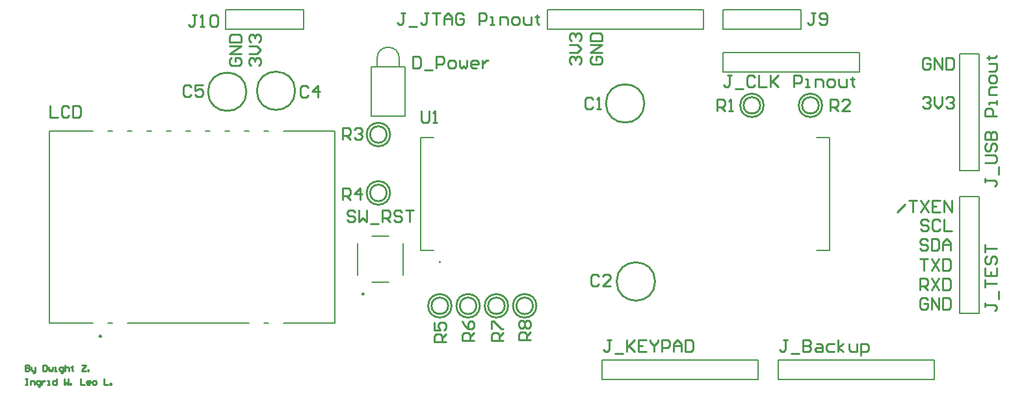
<source format=gto>
G04*
G04 #@! TF.GenerationSoftware,Altium Limited,Altium Designer,21.6.1 (37)*
G04*
G04 Layer_Color=65535*
%FSLAX25Y25*%
%MOIN*%
G70*
G04*
G04 #@! TF.SameCoordinates,5A4F57BB-18EF-4FC9-9596-1EF8DA8ABA7A*
G04*
G04*
G04 #@! TF.FilePolarity,Positive*
G04*
G01*
G75*
%ADD10C,0.01000*%
%ADD11C,0.00500*%
%ADD12C,0.00787*%
%ADD13C,0.00984*%
D10*
X189521Y101000D02*
G03*
X189521Y101000I-6021J0D01*
G01*
X187743D02*
G03*
X187743Y101000I-4243J0D01*
G01*
Y131000D02*
G03*
X187743Y131000I-4243J0D01*
G01*
X189521D02*
G03*
X189521Y131000I-6021J0D01*
G01*
X262743Y43000D02*
G03*
X262743Y43000I-4243J0D01*
G01*
X264521D02*
G03*
X264521Y43000I-6021J0D01*
G01*
X248243D02*
G03*
X248243Y43000I-4243J0D01*
G01*
X250021D02*
G03*
X250021Y43000I-6021J0D01*
G01*
X233743D02*
G03*
X233743Y43000I-4243J0D01*
G01*
X235521D02*
G03*
X235521Y43000I-6021J0D01*
G01*
X219243D02*
G03*
X219243Y43000I-4243J0D01*
G01*
X221021D02*
G03*
X221021Y43000I-6021J0D01*
G01*
X409243Y146000D02*
G03*
X409243Y146000I-4243J0D01*
G01*
X411021D02*
G03*
X411021Y146000I-6021J0D01*
G01*
X379243D02*
G03*
X379243Y146000I-4243J0D01*
G01*
X381021D02*
G03*
X381021Y146000I-6021J0D01*
G01*
X115842Y153000D02*
G03*
X115842Y153000I-9843J0D01*
G01*
X140842Y153500D02*
G03*
X140842Y153500I-9843J0D01*
G01*
X325342Y55500D02*
G03*
X325342Y55500I-9843J0D01*
G01*
X319843Y147000D02*
G03*
X319843Y147000I-9843J0D01*
G01*
X2500Y12497D02*
Y9498D01*
X3999D01*
X4499Y9998D01*
Y10498D01*
X3999Y10998D01*
X2500D01*
X3999D01*
X4499Y11497D01*
Y11997D01*
X3999Y12497D01*
X2500D01*
X5499Y11497D02*
Y9998D01*
X5999Y9498D01*
X7498D01*
Y8998D01*
X6999Y8499D01*
X6499D01*
X7498Y9498D02*
Y11497D01*
X11497Y12497D02*
Y9498D01*
X12997D01*
X13496Y9998D01*
Y11997D01*
X12997Y12497D01*
X11497D01*
X14496Y11497D02*
Y9998D01*
X14996Y9498D01*
X15496Y9998D01*
X15996Y9498D01*
X16496Y9998D01*
Y11497D01*
X17495Y9498D02*
X18495D01*
X17995D01*
Y11497D01*
X17495D01*
X20994Y8499D02*
X21494D01*
X21994Y8998D01*
Y11497D01*
X20494D01*
X19994Y10998D01*
Y9998D01*
X20494Y9498D01*
X21994D01*
X22993Y12497D02*
Y9498D01*
Y10998D01*
X23493Y11497D01*
X24493D01*
X24993Y10998D01*
Y9498D01*
X26492Y11997D02*
Y11497D01*
X25992D01*
X26992D01*
X26492D01*
Y9998D01*
X26992Y9498D01*
X31491Y12497D02*
X33490D01*
Y11997D01*
X31491Y9998D01*
Y9498D01*
X33490D01*
X34490D02*
Y9998D01*
X34990D01*
Y9498D01*
X34490D01*
X2500Y5499D02*
X3500D01*
X3000D01*
Y2500D01*
X2500D01*
X3500D01*
X4999D02*
Y4499D01*
X6499D01*
X6999Y3999D01*
Y2500D01*
X8998Y1500D02*
X9498D01*
X9998Y2000D01*
Y4499D01*
X8498D01*
X7998Y3999D01*
Y2999D01*
X8498Y2500D01*
X9998D01*
X10997Y4499D02*
Y2500D01*
Y3499D01*
X11497Y3999D01*
X11997Y4499D01*
X12497D01*
X13996Y2500D02*
X14996D01*
X14496D01*
Y4499D01*
X13996D01*
X18495Y5499D02*
Y2500D01*
X16995D01*
X16496Y2999D01*
Y3999D01*
X16995Y4499D01*
X18495D01*
X22493Y5499D02*
Y2500D01*
X23493Y3499D01*
X24493Y2500D01*
Y5499D01*
X25493Y2500D02*
Y2999D01*
X25992D01*
Y2500D01*
X25493D01*
X30991Y5499D02*
Y2500D01*
X32990D01*
X35489D02*
X34490D01*
X33990Y2999D01*
Y3999D01*
X34490Y4499D01*
X35489D01*
X35989Y3999D01*
Y3499D01*
X33990D01*
X37489Y2500D02*
X38488D01*
X38988Y2999D01*
Y3999D01*
X38488Y4499D01*
X37489D01*
X36989Y3999D01*
Y2999D01*
X37489Y2500D01*
X42987Y5499D02*
Y2500D01*
X44986D01*
X45986D02*
Y2999D01*
X46486D01*
Y2500D01*
X45986D01*
X466499Y169498D02*
X465499Y170498D01*
X463500D01*
X462500Y169498D01*
Y165500D01*
X463500Y164500D01*
X465499D01*
X466499Y165500D01*
Y167499D01*
X464499D01*
X468498Y164500D02*
Y170498D01*
X472497Y164500D01*
Y170498D01*
X474496D02*
Y164500D01*
X477495D01*
X478495Y165500D01*
Y169498D01*
X477495Y170498D01*
X474496D01*
X462500Y149498D02*
X463500Y150498D01*
X465499D01*
X466499Y149498D01*
Y148499D01*
X465499Y147499D01*
X464499D01*
X465499D01*
X466499Y146499D01*
Y145500D01*
X465499Y144500D01*
X463500D01*
X462500Y145500D01*
X468498Y150498D02*
Y146499D01*
X470497Y144500D01*
X472497Y146499D01*
Y150498D01*
X474496Y149498D02*
X475496Y150498D01*
X477495D01*
X478495Y149498D01*
Y148499D01*
X477495Y147499D01*
X476496D01*
X477495D01*
X478495Y146499D01*
Y145500D01*
X477495Y144500D01*
X475496D01*
X474496Y145500D01*
X464999Y45998D02*
X463999Y46998D01*
X462000D01*
X461000Y45998D01*
Y42000D01*
X462000Y41000D01*
X463999D01*
X464999Y42000D01*
Y43999D01*
X462999D01*
X466998Y41000D02*
Y46998D01*
X470997Y41000D01*
Y46998D01*
X472996D02*
Y41000D01*
X475995D01*
X476995Y42000D01*
Y45998D01*
X475995Y46998D01*
X472996D01*
X461000Y51000D02*
Y56998D01*
X463999D01*
X464999Y55998D01*
Y53999D01*
X463999Y52999D01*
X461000D01*
X462999D02*
X464999Y51000D01*
X466998Y56998D02*
X470997Y51000D01*
Y56998D02*
X466998Y51000D01*
X472996Y56998D02*
Y51000D01*
X475995D01*
X476995Y52000D01*
Y55998D01*
X475995Y56998D01*
X472996D01*
X461000Y66998D02*
X464999D01*
X462999D01*
Y61000D01*
X466998Y66998D02*
X470997Y61000D01*
Y66998D02*
X466998Y61000D01*
X472996Y66998D02*
Y61000D01*
X475995D01*
X476995Y62000D01*
Y65998D01*
X475995Y66998D01*
X472996D01*
X464999Y76498D02*
X463999Y77498D01*
X462000D01*
X461000Y76498D01*
Y75499D01*
X462000Y74499D01*
X463999D01*
X464999Y73499D01*
Y72500D01*
X463999Y71500D01*
X462000D01*
X461000Y72500D01*
X466998Y77498D02*
Y71500D01*
X469997D01*
X470997Y72500D01*
Y76498D01*
X469997Y77498D01*
X466998D01*
X472996Y71500D02*
Y75499D01*
X474996Y77498D01*
X476995Y75499D01*
Y71500D01*
Y74499D01*
X472996D01*
X465499Y86498D02*
X464499Y87498D01*
X462500D01*
X461500Y86498D01*
Y85499D01*
X462500Y84499D01*
X464499D01*
X465499Y83499D01*
Y82500D01*
X464499Y81500D01*
X462500D01*
X461500Y82500D01*
X471497Y86498D02*
X470497Y87498D01*
X468498D01*
X467498Y86498D01*
Y82500D01*
X468498Y81500D01*
X470497D01*
X471497Y82500D01*
X473496Y87498D02*
Y81500D01*
X477495D01*
X449500Y91000D02*
X453499Y94999D01*
X455498Y96998D02*
X459497D01*
X457497D01*
Y91000D01*
X461496Y96998D02*
X465495Y91000D01*
Y96998D02*
X461496Y91000D01*
X471493Y96998D02*
X467494D01*
Y91000D01*
X471493D01*
X467494Y93999D02*
X469493D01*
X473492Y91000D02*
Y96998D01*
X477491Y91000D01*
Y96998D01*
X293002Y170999D02*
X292002Y169999D01*
Y168000D01*
X293002Y167000D01*
X297000D01*
X298000Y168000D01*
Y169999D01*
X297000Y170999D01*
X295001D01*
Y168999D01*
X298000Y172998D02*
X292002D01*
X298000Y176997D01*
X292002D01*
Y178996D02*
X298000D01*
Y181995D01*
X297000Y182995D01*
X293002D01*
X292002Y181995D01*
Y178996D01*
X282502Y167000D02*
X281502Y168000D01*
Y169999D01*
X282502Y170999D01*
X283501D01*
X284501Y169999D01*
Y168999D01*
Y169999D01*
X285501Y170999D01*
X286500D01*
X287500Y169999D01*
Y168000D01*
X286500Y167000D01*
X281502Y172998D02*
X285501D01*
X287500Y174997D01*
X285501Y176997D01*
X281502D01*
X282502Y178996D02*
X281502Y179996D01*
Y181995D01*
X282502Y182995D01*
X283501D01*
X284501Y181995D01*
Y180996D01*
Y181995D01*
X285501Y182995D01*
X286500D01*
X287500Y181995D01*
Y179996D01*
X286500Y178996D01*
X118002Y166500D02*
X117002Y167500D01*
Y169499D01*
X118002Y170499D01*
X119001D01*
X120001Y169499D01*
Y168499D01*
Y169499D01*
X121001Y170499D01*
X122000D01*
X123000Y169499D01*
Y167500D01*
X122000Y166500D01*
X117002Y172498D02*
X121001D01*
X123000Y174497D01*
X121001Y176497D01*
X117002D01*
X118002Y178496D02*
X117002Y179496D01*
Y181495D01*
X118002Y182495D01*
X119001D01*
X120001Y181495D01*
Y180496D01*
Y181495D01*
X121001Y182495D01*
X122000D01*
X123000Y181495D01*
Y179496D01*
X122000Y178496D01*
X108002Y170499D02*
X107002Y169499D01*
Y167500D01*
X108002Y166500D01*
X112000D01*
X113000Y167500D01*
Y169499D01*
X112000Y170499D01*
X110001D01*
Y168499D01*
X113000Y172498D02*
X107002D01*
X113000Y176497D01*
X107002D01*
Y178496D02*
X113000D01*
Y181495D01*
X112000Y182495D01*
X108002D01*
X107002Y181495D01*
Y178496D01*
X494501Y44504D02*
Y42505D01*
Y43505D01*
X499500D01*
X500499Y42505D01*
Y41505D01*
X499500Y40505D01*
X501499Y46504D02*
Y50502D01*
X494501Y52502D02*
Y56500D01*
Y54501D01*
X500499D01*
X494501Y62498D02*
Y58500D01*
X500499D01*
Y62498D01*
X497500Y58500D02*
Y60499D01*
X495501Y68497D02*
X494501Y67497D01*
Y65497D01*
X495501Y64498D01*
X496500D01*
X497500Y65497D01*
Y67497D01*
X498500Y68497D01*
X499500D01*
X500499Y67497D01*
Y65497D01*
X499500Y64498D01*
X494501Y70496D02*
Y74494D01*
Y72495D01*
X500499D01*
X205600Y143098D02*
Y138100D01*
X206600Y137100D01*
X208599D01*
X209599Y138100D01*
Y143098D01*
X211598Y137100D02*
X213597D01*
X212598D01*
Y143098D01*
X211598Y142098D01*
X171504Y90999D02*
X170504Y91999D01*
X168505D01*
X167506Y90999D01*
Y90000D01*
X168505Y89000D01*
X170504D01*
X171504Y88000D01*
Y87001D01*
X170504Y86001D01*
X168505D01*
X167506Y87001D01*
X173504Y91999D02*
Y86001D01*
X175503Y88000D01*
X177502Y86001D01*
Y91999D01*
X179502Y85001D02*
X183500D01*
X185500Y86001D02*
Y91999D01*
X188499D01*
X189498Y90999D01*
Y89000D01*
X188499Y88000D01*
X185500D01*
X187499D02*
X189498Y86001D01*
X195496Y90999D02*
X194497Y91999D01*
X192497D01*
X191498Y90999D01*
Y90000D01*
X192497Y89000D01*
X194497D01*
X195496Y88000D01*
Y87001D01*
X194497Y86001D01*
X192497D01*
X191498Y87001D01*
X197496Y91999D02*
X201495D01*
X199495D01*
Y86001D01*
X261499Y25502D02*
X255501D01*
Y28501D01*
X256501Y29500D01*
X258500D01*
X259500Y28501D01*
Y25502D01*
Y27501D02*
X261499Y29500D01*
X256501Y31500D02*
X255501Y32499D01*
Y34499D01*
X256501Y35498D01*
X257500D01*
X258500Y34499D01*
X259500Y35498D01*
X260499D01*
X261499Y34499D01*
Y32499D01*
X260499Y31500D01*
X259500D01*
X258500Y32499D01*
X257500Y31500D01*
X256501D01*
X258500Y32499D02*
Y34499D01*
X247499Y25002D02*
X241501D01*
Y28001D01*
X242501Y29000D01*
X244500D01*
X245500Y28001D01*
Y25002D01*
Y27001D02*
X247499Y29000D01*
X241501Y31000D02*
Y34998D01*
X242501D01*
X246499Y31000D01*
X247499D01*
X232499Y25002D02*
X226501D01*
Y28001D01*
X227501Y29000D01*
X229500D01*
X230500Y28001D01*
Y25002D01*
Y27001D02*
X232499Y29000D01*
X226501Y34998D02*
X227501Y32999D01*
X229500Y31000D01*
X231499D01*
X232499Y31999D01*
Y33999D01*
X231499Y34998D01*
X230500D01*
X229500Y33999D01*
Y31000D01*
X217999Y24502D02*
X212001D01*
Y27501D01*
X213001Y28500D01*
X215000D01*
X216000Y27501D01*
Y24502D01*
Y26501D02*
X217999Y28500D01*
X212001Y34498D02*
Y30500D01*
X215000D01*
X214000Y32499D01*
Y33499D01*
X215000Y34498D01*
X216999D01*
X217999Y33499D01*
Y31499D01*
X216999Y30500D01*
X165002Y97501D02*
Y103499D01*
X168001D01*
X169000Y102499D01*
Y100500D01*
X168001Y99500D01*
X165002D01*
X167001D02*
X169000Y97501D01*
X173999D02*
Y103499D01*
X171000Y100500D01*
X174998D01*
X165002Y128501D02*
Y134499D01*
X168001D01*
X169000Y133499D01*
Y131500D01*
X168001Y130500D01*
X165002D01*
X167001D02*
X169000Y128501D01*
X171000Y133499D02*
X171999Y134499D01*
X173999D01*
X174998Y133499D01*
Y132500D01*
X173999Y131500D01*
X172999D01*
X173999D01*
X174998Y130500D01*
Y129501D01*
X173999Y128501D01*
X171999D01*
X171000Y129501D01*
X415002Y143001D02*
Y148999D01*
X418001D01*
X419000Y147999D01*
Y146000D01*
X418001Y145000D01*
X415002D01*
X417001D02*
X419000Y143001D01*
X424998D02*
X421000D01*
X424998Y147000D01*
Y147999D01*
X423999Y148999D01*
X421999D01*
X421000Y147999D01*
X357001Y143001D02*
Y148999D01*
X360000D01*
X361000Y147999D01*
Y146000D01*
X360000Y145000D01*
X357001D01*
X359001D02*
X361000Y143001D01*
X362999D02*
X364999D01*
X363999D01*
Y148999D01*
X362999Y147999D01*
X15000Y145698D02*
Y139700D01*
X18999D01*
X24997Y144698D02*
X23997Y145698D01*
X21998D01*
X20998Y144698D01*
Y140700D01*
X21998Y139700D01*
X23997D01*
X24997Y140700D01*
X26996Y145698D02*
Y139700D01*
X29995D01*
X30995Y140700D01*
Y144698D01*
X29995Y145698D01*
X26996D01*
X302799Y25398D02*
X300799D01*
X301799D01*
Y20400D01*
X300799Y19400D01*
X299800D01*
X298800Y20400D01*
X304798Y18400D02*
X308797D01*
X310796Y25398D02*
Y19400D01*
Y21399D01*
X314795Y25398D01*
X311796Y22399D01*
X314795Y19400D01*
X320793Y25398D02*
X316794D01*
Y19400D01*
X320793D01*
X316794Y22399D02*
X318794D01*
X322792Y25398D02*
Y24398D01*
X324792Y22399D01*
X326791Y24398D01*
Y25398D01*
X324792Y22399D02*
Y19400D01*
X328790D02*
Y25398D01*
X331789D01*
X332789Y24398D01*
Y22399D01*
X331789Y21399D01*
X328790D01*
X334788Y19400D02*
Y23399D01*
X336788Y25398D01*
X338787Y23399D01*
Y19400D01*
Y22399D01*
X334788D01*
X340786Y25398D02*
Y19400D01*
X343785D01*
X344785Y20400D01*
Y24398D01*
X343785Y25398D01*
X340786D01*
X494501Y108510D02*
Y106510D01*
Y107510D01*
X499500D01*
X500499Y106510D01*
Y105510D01*
X499500Y104511D01*
X501499Y110509D02*
Y114508D01*
X494501Y116507D02*
X499500D01*
X500499Y117507D01*
Y119506D01*
X499500Y120506D01*
X494501D01*
X495501Y126504D02*
X494501Y125504D01*
Y123505D01*
X495501Y122505D01*
X496500D01*
X497500Y123505D01*
Y125504D01*
X498500Y126504D01*
X499500D01*
X500499Y125504D01*
Y123505D01*
X499500Y122505D01*
X494501Y128503D02*
X500499D01*
Y131502D01*
X499500Y132502D01*
X498500D01*
X497500Y131502D01*
Y128503D01*
Y131502D01*
X496500Y132502D01*
X495501D01*
X494501Y131502D01*
Y128503D01*
X500499Y140499D02*
X494501D01*
Y143498D01*
X495501Y144498D01*
X497500D01*
X498500Y143498D01*
Y140499D01*
X500499Y146497D02*
Y148497D01*
Y147497D01*
X496500D01*
Y146497D01*
X500499Y151496D02*
X496500D01*
Y154495D01*
X497500Y155494D01*
X500499D01*
Y158493D02*
Y160493D01*
X499500Y161492D01*
X497500D01*
X496500Y160493D01*
Y158493D01*
X497500Y157494D01*
X499500D01*
X500499Y158493D01*
X496500Y163492D02*
X499500D01*
X500499Y164491D01*
Y167490D01*
X496500D01*
X495501Y170490D02*
X496500D01*
Y169490D01*
Y171489D01*
Y170490D01*
X499500D01*
X500499Y171489D01*
X197011Y193499D02*
X195011D01*
X196011D01*
Y188500D01*
X195011Y187501D01*
X194011D01*
X193012Y188500D01*
X199010Y186501D02*
X203009D01*
X209007Y193499D02*
X207007D01*
X208007D01*
Y188500D01*
X207007Y187501D01*
X206008D01*
X205008Y188500D01*
X211006Y193499D02*
X215005D01*
X213005D01*
Y187501D01*
X217004D02*
Y191499D01*
X219003Y193499D01*
X221003Y191499D01*
Y187501D01*
Y190500D01*
X217004D01*
X227001Y192499D02*
X226001Y193499D01*
X224002D01*
X223002Y192499D01*
Y188500D01*
X224002Y187501D01*
X226001D01*
X227001Y188500D01*
Y190500D01*
X225002D01*
X234998Y187501D02*
Y193499D01*
X237997D01*
X238997Y192499D01*
Y190500D01*
X237997Y189500D01*
X234998D01*
X240996Y187501D02*
X242996D01*
X241996D01*
Y191499D01*
X240996D01*
X245995Y187501D02*
Y191499D01*
X248994D01*
X249993Y190500D01*
Y187501D01*
X252992D02*
X254992D01*
X255991Y188500D01*
Y190500D01*
X254992Y191499D01*
X252992D01*
X251993Y190500D01*
Y188500D01*
X252992Y187501D01*
X257991Y191499D02*
Y188500D01*
X258991Y187501D01*
X261989D01*
Y191499D01*
X264988Y192499D02*
Y191499D01*
X263989D01*
X265988D01*
X264988D01*
Y188500D01*
X265988Y187501D01*
X364510Y161499D02*
X362510D01*
X363510D01*
Y156500D01*
X362510Y155501D01*
X361510D01*
X360511Y156500D01*
X366509Y154501D02*
X370508D01*
X376506Y160499D02*
X375506Y161499D01*
X373507D01*
X372507Y160499D01*
Y156500D01*
X373507Y155501D01*
X375506D01*
X376506Y156500D01*
X378505Y161499D02*
Y155501D01*
X382504D01*
X384503Y161499D02*
Y155501D01*
Y157500D01*
X388502Y161499D01*
X385503Y158500D01*
X388502Y155501D01*
X396499D02*
Y161499D01*
X399498D01*
X400498Y160499D01*
Y158500D01*
X399498Y157500D01*
X396499D01*
X402497Y155501D02*
X404497D01*
X403497D01*
Y159500D01*
X402497D01*
X407496Y155501D02*
Y159500D01*
X410495D01*
X411494Y158500D01*
Y155501D01*
X414493D02*
X416493D01*
X417492Y156500D01*
Y158500D01*
X416493Y159500D01*
X414493D01*
X413494Y158500D01*
Y156500D01*
X414493Y155501D01*
X419492Y159500D02*
Y156500D01*
X420491Y155501D01*
X423490D01*
Y159500D01*
X426489Y160499D02*
Y159500D01*
X425490D01*
X427489D01*
X426489D01*
Y156500D01*
X427489Y155501D01*
X393006Y25499D02*
X391007D01*
X392006D01*
Y20500D01*
X391007Y19501D01*
X390007D01*
X389007Y20500D01*
X395005Y18501D02*
X399004D01*
X401004Y25499D02*
Y19501D01*
X404003D01*
X405002Y20500D01*
Y21500D01*
X404003Y22500D01*
X401004D01*
X404003D01*
X405002Y23499D01*
Y24499D01*
X404003Y25499D01*
X401004D01*
X408001Y23499D02*
X410001D01*
X411000Y22500D01*
Y19501D01*
X408001D01*
X407002Y20500D01*
X408001Y21500D01*
X411000D01*
X416998Y23499D02*
X413999D01*
X413000Y22500D01*
Y20500D01*
X413999Y19501D01*
X416998D01*
X418998D02*
Y25499D01*
Y21500D02*
X421997Y23499D01*
X418998Y21500D02*
X421997Y19501D01*
X424996Y23499D02*
Y20500D01*
X425995Y19501D01*
X428995D01*
Y23499D01*
X430994Y17501D02*
Y23499D01*
X433993D01*
X434993Y22500D01*
Y20500D01*
X433993Y19501D01*
X430994D01*
X90001Y192499D02*
X88002D01*
X89002D01*
Y187501D01*
X88002Y186501D01*
X87002D01*
X86002Y187501D01*
X92001Y186501D02*
X94000D01*
X93000D01*
Y192499D01*
X92001Y191499D01*
X96999D02*
X97999Y192499D01*
X99998D01*
X100998Y191499D01*
Y187501D01*
X99998Y186501D01*
X97999D01*
X96999Y187501D01*
Y191499D01*
X407500Y193499D02*
X405501D01*
X406501D01*
Y188501D01*
X405501Y187501D01*
X404501D01*
X403502Y188501D01*
X409500D02*
X410499Y187501D01*
X412499D01*
X413498Y188501D01*
Y192499D01*
X412499Y193499D01*
X410499D01*
X409500Y192499D01*
Y191500D01*
X410499Y190500D01*
X413498D01*
X201006Y170999D02*
Y165001D01*
X204005D01*
X205005Y166000D01*
Y169999D01*
X204005Y170999D01*
X201006D01*
X207004Y164001D02*
X211003D01*
X213002Y165001D02*
Y170999D01*
X216002D01*
X217001Y169999D01*
Y168000D01*
X216002Y167000D01*
X213002D01*
X220000Y165001D02*
X222000D01*
X222999Y166000D01*
Y168000D01*
X222000Y169000D01*
X220000D01*
X219001Y168000D01*
Y166000D01*
X220000Y165001D01*
X224998Y169000D02*
Y166000D01*
X225998Y165001D01*
X226998Y166000D01*
X227998Y165001D01*
X228997Y166000D01*
Y169000D01*
X233996Y165001D02*
X231996D01*
X230997Y166000D01*
Y168000D01*
X231996Y169000D01*
X233996D01*
X234995Y168000D01*
Y167000D01*
X230997D01*
X236995Y169000D02*
Y165001D01*
Y167000D01*
X237994Y168000D01*
X238994Y169000D01*
X239994D01*
X87500Y155499D02*
X86501Y156499D01*
X84501D01*
X83502Y155499D01*
Y151501D01*
X84501Y150501D01*
X86501D01*
X87500Y151501D01*
X93498Y156499D02*
X89500D01*
Y153500D01*
X91499Y154500D01*
X92499D01*
X93498Y153500D01*
Y151501D01*
X92499Y150501D01*
X90499D01*
X89500Y151501D01*
X147500Y154999D02*
X146501Y155999D01*
X144501D01*
X143502Y154999D01*
Y151001D01*
X144501Y150001D01*
X146501D01*
X147500Y151001D01*
X152499Y150001D02*
Y155999D01*
X149500Y153000D01*
X153498D01*
X296500Y57999D02*
X295501Y58999D01*
X293501D01*
X292502Y57999D01*
Y54001D01*
X293501Y53001D01*
X295501D01*
X296500Y54001D01*
X302498Y53001D02*
X298500D01*
X302498Y57000D01*
Y57999D01*
X301499Y58999D01*
X299499D01*
X298500Y57999D01*
X293500Y148999D02*
X292500Y149999D01*
X290501D01*
X289501Y148999D01*
Y145001D01*
X290501Y144001D01*
X292500D01*
X293500Y145001D01*
X295499Y144001D02*
X297499D01*
X296499D01*
Y149999D01*
X295499Y148999D01*
D11*
X194209Y170153D02*
G03*
X182791Y170153I-5709J0D01*
G01*
X179839Y140626D02*
X197161D01*
X179839D02*
Y165823D01*
X197161D01*
Y140626D02*
Y165823D01*
X182791D02*
Y170153D01*
X194209Y165823D02*
Y170153D01*
X205276Y71563D02*
Y129437D01*
X414724Y71563D02*
Y129437D01*
X205276Y71563D02*
X211772D01*
X205276Y129437D02*
X211772D01*
X408228Y71563D02*
X414724D01*
X408228Y129437D02*
X414724D01*
D12*
X215394Y65392D02*
G03*
X215394Y65392I-394J0D01*
G01*
X270000Y195000D02*
X350000D01*
X270000Y185000D02*
Y195000D01*
Y185000D02*
X350000D01*
Y195000D01*
X388500Y15000D02*
X468500D01*
X388500Y5000D02*
Y15000D01*
Y5000D02*
X468500D01*
Y15000D01*
X481500Y39000D02*
Y99000D01*
X491500Y39000D02*
Y99000D01*
X481500D02*
X491500D01*
X481500Y39000D02*
X491500D01*
X180055Y55209D02*
X188945D01*
X180055Y78791D02*
X188831D01*
X172709Y58716D02*
Y75268D01*
X196291Y58716D02*
Y75268D01*
X14740Y34091D02*
Y132909D01*
X134937Y34091D02*
X161197D01*
X124937D02*
X127063D01*
X54937D02*
X117063D01*
X44937D02*
X47063D01*
X14740D02*
X37063D01*
X161197D02*
Y132909D01*
X134937D02*
X161197D01*
X124937D02*
X127063D01*
X114937D02*
X117063D01*
X104937D02*
X107063D01*
X94937D02*
X97063D01*
X84937D02*
X87063D01*
X74937D02*
X77063D01*
X64937D02*
X67063D01*
X54937D02*
X57063D01*
X44937D02*
X47063D01*
X14740D02*
X37063D01*
X298150Y15000D02*
X378150D01*
X298150Y5000D02*
Y15000D01*
Y5000D02*
X378150D01*
Y15000D01*
X481500Y172500D02*
X491500D01*
X481500Y112500D02*
X491500D01*
X481500D02*
Y172500D01*
X491500Y112500D02*
Y172500D01*
X360000Y173000D02*
X430000D01*
X360000Y163000D02*
Y173000D01*
Y163000D02*
X430000D01*
Y173000D01*
X145000Y185000D02*
Y195000D01*
X105000Y185000D02*
X145000D01*
X105000Y195000D02*
X145000D01*
X105000Y185000D02*
Y195000D01*
X360000Y185000D02*
Y195000D01*
X400000D01*
X360000Y185000D02*
X400000D01*
Y195000D01*
D13*
X176134Y49087D02*
G03*
X176134Y49087I-492J0D01*
G01*
X41413Y27398D02*
G03*
X41413Y27398I-492J0D01*
G01*
M02*

</source>
